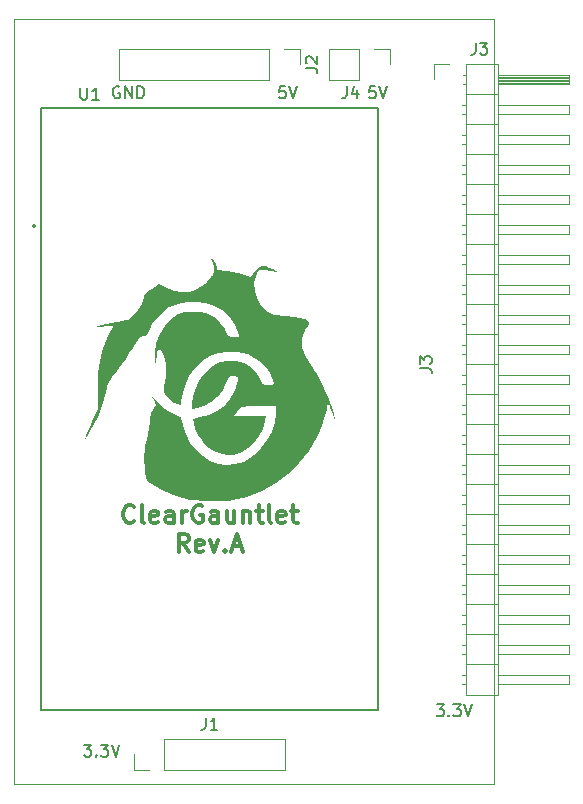
<source format=gto>
%TF.GenerationSoftware,KiCad,Pcbnew,(6.0.8)*%
%TF.CreationDate,2022-11-23T11:07:29-05:00*%
%TF.ProjectId,lower_v3,6c6f7765-725f-4763-932e-6b696361645f,rev?*%
%TF.SameCoordinates,Original*%
%TF.FileFunction,Legend,Top*%
%TF.FilePolarity,Positive*%
%FSLAX46Y46*%
G04 Gerber Fmt 4.6, Leading zero omitted, Abs format (unit mm)*
G04 Created by KiCad (PCBNEW (6.0.8)) date 2022-11-23 11:07:29*
%MOMM*%
%LPD*%
G01*
G04 APERTURE LIST*
%ADD10C,0.150000*%
%TA.AperFunction,Profile*%
%ADD11C,0.100000*%
%TD*%
%ADD12C,0.300000*%
%ADD13C,0.120000*%
%ADD14C,0.127000*%
%ADD15C,0.200000*%
G04 APERTURE END LIST*
D10*
X123190095Y-79383000D02*
X123094857Y-79335380D01*
X122952000Y-79335380D01*
X122809142Y-79383000D01*
X122713904Y-79478238D01*
X122666285Y-79573476D01*
X122618666Y-79763952D01*
X122618666Y-79906809D01*
X122666285Y-80097285D01*
X122713904Y-80192523D01*
X122809142Y-80287761D01*
X122952000Y-80335380D01*
X123047238Y-80335380D01*
X123190095Y-80287761D01*
X123237714Y-80240142D01*
X123237714Y-79906809D01*
X123047238Y-79906809D01*
X123666285Y-80335380D02*
X123666285Y-79335380D01*
X124237714Y-80335380D01*
X124237714Y-79335380D01*
X124713904Y-80335380D02*
X124713904Y-79335380D01*
X124952000Y-79335380D01*
X125094857Y-79383000D01*
X125190095Y-79478238D01*
X125237714Y-79573476D01*
X125285333Y-79763952D01*
X125285333Y-79906809D01*
X125237714Y-80097285D01*
X125190095Y-80192523D01*
X125094857Y-80287761D01*
X124952000Y-80335380D01*
X124713904Y-80335380D01*
X150034809Y-131659380D02*
X150653857Y-131659380D01*
X150320523Y-132040333D01*
X150463380Y-132040333D01*
X150558619Y-132087952D01*
X150606238Y-132135571D01*
X150653857Y-132230809D01*
X150653857Y-132468904D01*
X150606238Y-132564142D01*
X150558619Y-132611761D01*
X150463380Y-132659380D01*
X150177666Y-132659380D01*
X150082428Y-132611761D01*
X150034809Y-132564142D01*
X151082428Y-132564142D02*
X151130047Y-132611761D01*
X151082428Y-132659380D01*
X151034809Y-132611761D01*
X151082428Y-132564142D01*
X151082428Y-132659380D01*
X151463380Y-131659380D02*
X152082428Y-131659380D01*
X151749095Y-132040333D01*
X151891952Y-132040333D01*
X151987190Y-132087952D01*
X152034809Y-132135571D01*
X152082428Y-132230809D01*
X152082428Y-132468904D01*
X152034809Y-132564142D01*
X151987190Y-132611761D01*
X151891952Y-132659380D01*
X151606238Y-132659380D01*
X151511000Y-132611761D01*
X151463380Y-132564142D01*
X152368142Y-131659380D02*
X152701476Y-132659380D01*
X153034809Y-131659380D01*
X120189809Y-135088380D02*
X120808857Y-135088380D01*
X120475523Y-135469333D01*
X120618380Y-135469333D01*
X120713619Y-135516952D01*
X120761238Y-135564571D01*
X120808857Y-135659809D01*
X120808857Y-135897904D01*
X120761238Y-135993142D01*
X120713619Y-136040761D01*
X120618380Y-136088380D01*
X120332666Y-136088380D01*
X120237428Y-136040761D01*
X120189809Y-135993142D01*
X121237428Y-135993142D02*
X121285047Y-136040761D01*
X121237428Y-136088380D01*
X121189809Y-136040761D01*
X121237428Y-135993142D01*
X121237428Y-136088380D01*
X121618380Y-135088380D02*
X122237428Y-135088380D01*
X121904095Y-135469333D01*
X122046952Y-135469333D01*
X122142190Y-135516952D01*
X122189809Y-135564571D01*
X122237428Y-135659809D01*
X122237428Y-135897904D01*
X122189809Y-135993142D01*
X122142190Y-136040761D01*
X122046952Y-136088380D01*
X121761238Y-136088380D01*
X121666000Y-136040761D01*
X121618380Y-135993142D01*
X122523142Y-135088380D02*
X122856476Y-136088380D01*
X123189809Y-135088380D01*
X144843523Y-79335380D02*
X144367333Y-79335380D01*
X144319714Y-79811571D01*
X144367333Y-79763952D01*
X144462571Y-79716333D01*
X144700666Y-79716333D01*
X144795904Y-79763952D01*
X144843523Y-79811571D01*
X144891142Y-79906809D01*
X144891142Y-80144904D01*
X144843523Y-80240142D01*
X144795904Y-80287761D01*
X144700666Y-80335380D01*
X144462571Y-80335380D01*
X144367333Y-80287761D01*
X144319714Y-80240142D01*
X145176857Y-79335380D02*
X145510190Y-80335380D01*
X145843523Y-79335380D01*
X137223523Y-79335380D02*
X136747333Y-79335380D01*
X136699714Y-79811571D01*
X136747333Y-79763952D01*
X136842571Y-79716333D01*
X137080666Y-79716333D01*
X137175904Y-79763952D01*
X137223523Y-79811571D01*
X137271142Y-79906809D01*
X137271142Y-80144904D01*
X137223523Y-80240142D01*
X137175904Y-80287761D01*
X137080666Y-80335380D01*
X136842571Y-80335380D01*
X136747333Y-80287761D01*
X136699714Y-80240142D01*
X137556857Y-79335380D02*
X137890190Y-80335380D01*
X138223523Y-79335380D01*
D11*
X154940000Y-138430000D02*
X114300000Y-138430000D01*
X114300000Y-138430000D02*
X114300000Y-73660000D01*
X114300000Y-73660000D02*
X154940000Y-73660000D01*
X154940000Y-73660000D02*
X154940000Y-138430000D01*
D12*
X124417142Y-116168214D02*
X124345714Y-116239642D01*
X124131428Y-116311071D01*
X123988571Y-116311071D01*
X123774285Y-116239642D01*
X123631428Y-116096785D01*
X123559999Y-115953928D01*
X123488571Y-115668214D01*
X123488571Y-115453928D01*
X123559999Y-115168214D01*
X123631428Y-115025357D01*
X123774285Y-114882500D01*
X123988571Y-114811071D01*
X124131428Y-114811071D01*
X124345714Y-114882500D01*
X124417142Y-114953928D01*
X125274285Y-116311071D02*
X125131428Y-116239642D01*
X125059999Y-116096785D01*
X125059999Y-114811071D01*
X126417142Y-116239642D02*
X126274285Y-116311071D01*
X125988571Y-116311071D01*
X125845714Y-116239642D01*
X125774285Y-116096785D01*
X125774285Y-115525357D01*
X125845714Y-115382500D01*
X125988571Y-115311071D01*
X126274285Y-115311071D01*
X126417142Y-115382500D01*
X126488571Y-115525357D01*
X126488571Y-115668214D01*
X125774285Y-115811071D01*
X127774285Y-116311071D02*
X127774285Y-115525357D01*
X127702857Y-115382500D01*
X127559999Y-115311071D01*
X127274285Y-115311071D01*
X127131428Y-115382500D01*
X127774285Y-116239642D02*
X127631428Y-116311071D01*
X127274285Y-116311071D01*
X127131428Y-116239642D01*
X127059999Y-116096785D01*
X127059999Y-115953928D01*
X127131428Y-115811071D01*
X127274285Y-115739642D01*
X127631428Y-115739642D01*
X127774285Y-115668214D01*
X128488571Y-116311071D02*
X128488571Y-115311071D01*
X128488571Y-115596785D02*
X128559999Y-115453928D01*
X128631428Y-115382500D01*
X128774285Y-115311071D01*
X128917142Y-115311071D01*
X130202857Y-114882500D02*
X130059999Y-114811071D01*
X129845714Y-114811071D01*
X129631428Y-114882500D01*
X129488571Y-115025357D01*
X129417142Y-115168214D01*
X129345714Y-115453928D01*
X129345714Y-115668214D01*
X129417142Y-115953928D01*
X129488571Y-116096785D01*
X129631428Y-116239642D01*
X129845714Y-116311071D01*
X129988571Y-116311071D01*
X130202857Y-116239642D01*
X130274285Y-116168214D01*
X130274285Y-115668214D01*
X129988571Y-115668214D01*
X131559999Y-116311071D02*
X131559999Y-115525357D01*
X131488571Y-115382500D01*
X131345714Y-115311071D01*
X131059999Y-115311071D01*
X130917142Y-115382500D01*
X131559999Y-116239642D02*
X131417142Y-116311071D01*
X131059999Y-116311071D01*
X130917142Y-116239642D01*
X130845714Y-116096785D01*
X130845714Y-115953928D01*
X130917142Y-115811071D01*
X131059999Y-115739642D01*
X131417142Y-115739642D01*
X131559999Y-115668214D01*
X132917142Y-115311071D02*
X132917142Y-116311071D01*
X132274285Y-115311071D02*
X132274285Y-116096785D01*
X132345714Y-116239642D01*
X132488571Y-116311071D01*
X132702857Y-116311071D01*
X132845714Y-116239642D01*
X132917142Y-116168214D01*
X133631428Y-115311071D02*
X133631428Y-116311071D01*
X133631428Y-115453928D02*
X133702857Y-115382500D01*
X133845714Y-115311071D01*
X134059999Y-115311071D01*
X134202857Y-115382500D01*
X134274285Y-115525357D01*
X134274285Y-116311071D01*
X134774285Y-115311071D02*
X135345714Y-115311071D01*
X134988571Y-114811071D02*
X134988571Y-116096785D01*
X135060000Y-116239642D01*
X135202857Y-116311071D01*
X135345714Y-116311071D01*
X136060000Y-116311071D02*
X135917142Y-116239642D01*
X135845714Y-116096785D01*
X135845714Y-114811071D01*
X137202857Y-116239642D02*
X137060000Y-116311071D01*
X136774285Y-116311071D01*
X136631428Y-116239642D01*
X136560000Y-116096785D01*
X136560000Y-115525357D01*
X136631428Y-115382500D01*
X136774285Y-115311071D01*
X137060000Y-115311071D01*
X137202857Y-115382500D01*
X137274285Y-115525357D01*
X137274285Y-115668214D01*
X136560000Y-115811071D01*
X137702857Y-115311071D02*
X138274285Y-115311071D01*
X137917142Y-114811071D02*
X137917142Y-116096785D01*
X137988571Y-116239642D01*
X138131428Y-116311071D01*
X138274285Y-116311071D01*
X129060000Y-118726071D02*
X128560000Y-118011785D01*
X128202857Y-118726071D02*
X128202857Y-117226071D01*
X128774285Y-117226071D01*
X128917142Y-117297500D01*
X128988571Y-117368928D01*
X129060000Y-117511785D01*
X129060000Y-117726071D01*
X128988571Y-117868928D01*
X128917142Y-117940357D01*
X128774285Y-118011785D01*
X128202857Y-118011785D01*
X130274285Y-118654642D02*
X130131428Y-118726071D01*
X129845714Y-118726071D01*
X129702857Y-118654642D01*
X129631428Y-118511785D01*
X129631428Y-117940357D01*
X129702857Y-117797500D01*
X129845714Y-117726071D01*
X130131428Y-117726071D01*
X130274285Y-117797500D01*
X130345714Y-117940357D01*
X130345714Y-118083214D01*
X129631428Y-118226071D01*
X130845714Y-117726071D02*
X131202857Y-118726071D01*
X131560000Y-117726071D01*
X132131428Y-118583214D02*
X132202857Y-118654642D01*
X132131428Y-118726071D01*
X132060000Y-118654642D01*
X132131428Y-118583214D01*
X132131428Y-118726071D01*
X132774285Y-118297500D02*
X133488571Y-118297500D01*
X132631428Y-118726071D02*
X133131428Y-117226071D01*
X133631428Y-118726071D01*
D10*
%TO.C,J2*%
X138942380Y-77803333D02*
X139656666Y-77803333D01*
X139799523Y-77850952D01*
X139894761Y-77946190D01*
X139942380Y-78089047D01*
X139942380Y-78184285D01*
X139037619Y-77374761D02*
X138990000Y-77327142D01*
X138942380Y-77231904D01*
X138942380Y-76993809D01*
X138990000Y-76898571D01*
X139037619Y-76850952D01*
X139132857Y-76803333D01*
X139228095Y-76803333D01*
X139370952Y-76850952D01*
X139942380Y-77422380D01*
X139942380Y-76803333D01*
%TO.C,U1*%
X119888095Y-79462380D02*
X119888095Y-80271904D01*
X119935714Y-80367142D01*
X119983333Y-80414761D01*
X120078571Y-80462380D01*
X120269047Y-80462380D01*
X120364285Y-80414761D01*
X120411904Y-80367142D01*
X120459523Y-80271904D01*
X120459523Y-79462380D01*
X121459523Y-80462380D02*
X120888095Y-80462380D01*
X121173809Y-80462380D02*
X121173809Y-79462380D01*
X121078571Y-79605238D01*
X120983333Y-79700476D01*
X120888095Y-79748095D01*
%TO.C,J1*%
X130476666Y-132802380D02*
X130476666Y-133516666D01*
X130429047Y-133659523D01*
X130333809Y-133754761D01*
X130190952Y-133802380D01*
X130095714Y-133802380D01*
X131476666Y-133802380D02*
X130905238Y-133802380D01*
X131190952Y-133802380D02*
X131190952Y-132802380D01*
X131095714Y-132945238D01*
X131000476Y-133040476D01*
X130905238Y-133088095D01*
%TO.C,J3*%
X153336666Y-75652380D02*
X153336666Y-76366666D01*
X153289047Y-76509523D01*
X153193809Y-76604761D01*
X153050952Y-76652380D01*
X152955714Y-76652380D01*
X153717619Y-75652380D02*
X154336666Y-75652380D01*
X154003333Y-76033333D01*
X154146190Y-76033333D01*
X154241428Y-76080952D01*
X154289047Y-76128571D01*
X154336666Y-76223809D01*
X154336666Y-76461904D01*
X154289047Y-76557142D01*
X154241428Y-76604761D01*
X154146190Y-76652380D01*
X153860476Y-76652380D01*
X153765238Y-76604761D01*
X153717619Y-76557142D01*
X148607380Y-103203333D02*
X149321666Y-103203333D01*
X149464523Y-103250952D01*
X149559761Y-103346190D01*
X149607380Y-103489047D01*
X149607380Y-103584285D01*
X148607380Y-102822380D02*
X148607380Y-102203333D01*
X148988333Y-102536666D01*
X148988333Y-102393809D01*
X149035952Y-102298571D01*
X149083571Y-102250952D01*
X149178809Y-102203333D01*
X149416904Y-102203333D01*
X149512142Y-102250952D01*
X149559761Y-102298571D01*
X149607380Y-102393809D01*
X149607380Y-102679523D01*
X149559761Y-102774761D01*
X149512142Y-102822380D01*
%TO.C,J4*%
X142414666Y-79335380D02*
X142414666Y-80049666D01*
X142367047Y-80192523D01*
X142271809Y-80287761D01*
X142128952Y-80335380D01*
X142033714Y-80335380D01*
X143319428Y-79668714D02*
X143319428Y-80335380D01*
X143081333Y-79287761D02*
X142843238Y-80002047D01*
X143462285Y-80002047D01*
D13*
%TO.C,J2*%
X123130000Y-76140000D02*
X123130000Y-78800000D01*
X135890000Y-78800000D02*
X123130000Y-78800000D01*
X135890000Y-76140000D02*
X123130000Y-76140000D01*
X138490000Y-76140000D02*
X138490000Y-77470000D01*
X135890000Y-76140000D02*
X135890000Y-78800000D01*
X137160000Y-76140000D02*
X138490000Y-76140000D01*
D14*
%TO.C,U1*%
X145040000Y-81205000D02*
X145040000Y-132155000D01*
X116530000Y-132155000D02*
X116530000Y-81205000D01*
X134310000Y-81205000D02*
X145040000Y-81205000D01*
X121900000Y-132155000D02*
X139590000Y-132155000D01*
X116530000Y-132155000D02*
X121900000Y-132155000D01*
X139590000Y-132155000D02*
X145040000Y-132155000D01*
X127599000Y-81205000D02*
X134310000Y-81205000D01*
X145040000Y-81205000D02*
X145040000Y-132155000D01*
X116530000Y-81205000D02*
X127599000Y-81205000D01*
X116530000Y-81205000D02*
X145040000Y-81205000D01*
X116530000Y-132155000D02*
X116530000Y-81205000D01*
X145040000Y-132155000D02*
X116530000Y-132155000D01*
D15*
X116060000Y-91165000D02*
G75*
G03*
X116060000Y-91165000I-100000J0D01*
G01*
%TO.C,logo*%
G36*
X131094874Y-93982082D02*
G01*
X131227792Y-94166211D01*
X131353339Y-94397203D01*
X131435680Y-94612963D01*
X131449568Y-94702505D01*
X131469038Y-94789473D01*
X131549524Y-94852682D01*
X131724142Y-94903157D01*
X132026008Y-94951919D01*
X132307585Y-94988094D01*
X132772700Y-95058085D01*
X133250291Y-95150881D01*
X133655361Y-95249445D01*
X133746613Y-95276513D01*
X134327626Y-95459487D01*
X134463517Y-95254240D01*
X134733019Y-94920654D01*
X135026835Y-94676105D01*
X135301724Y-94554145D01*
X135375594Y-94546475D01*
X135585282Y-94585418D01*
X135889497Y-94687344D01*
X136211076Y-94825049D01*
X136460338Y-94951240D01*
X136593199Y-95033691D01*
X136587109Y-95057850D01*
X136566115Y-95054166D01*
X135993838Y-94934910D01*
X135570744Y-94865309D01*
X135268585Y-94851313D01*
X135059112Y-94898872D01*
X134914080Y-95013937D01*
X134805239Y-95202457D01*
X134713280Y-95444459D01*
X134598000Y-96031954D01*
X134632378Y-96641782D01*
X134800747Y-97237108D01*
X135087441Y-97781094D01*
X135476793Y-98236904D01*
X135953136Y-98567701D01*
X136062962Y-98617925D01*
X136273214Y-98672374D01*
X136613316Y-98724329D01*
X137030439Y-98766798D01*
X137342018Y-98787239D01*
X137975436Y-98839112D01*
X138505951Y-98923498D01*
X138912082Y-99034971D01*
X139172349Y-99168105D01*
X139256048Y-99270769D01*
X139240692Y-99445238D01*
X139138489Y-99608700D01*
X139022384Y-99791653D01*
X138886077Y-100086101D01*
X138761056Y-100422610D01*
X138654216Y-100776925D01*
X138608972Y-101031287D01*
X138618734Y-101255278D01*
X138662578Y-101462767D01*
X138948214Y-102230138D01*
X139408453Y-102951828D01*
X139482066Y-103043597D01*
X139672105Y-103315670D01*
X139904334Y-103710894D01*
X140162743Y-104194977D01*
X140431322Y-104733625D01*
X140694061Y-105292546D01*
X140934949Y-105837447D01*
X141137976Y-106334036D01*
X141287132Y-106748020D01*
X141366406Y-107045106D01*
X141373155Y-107094161D01*
X141418712Y-107566259D01*
X141226572Y-107063741D01*
X141112561Y-106761617D01*
X141020631Y-106511027D01*
X140982423Y-106401331D01*
X140892630Y-106259392D01*
X140803406Y-106272934D01*
X140768992Y-106412291D01*
X140737770Y-106625658D01*
X140653568Y-106964891D01*
X140530586Y-107385919D01*
X140383023Y-107844671D01*
X140225076Y-108297075D01*
X140070946Y-108699059D01*
X139934830Y-109006553D01*
X139930216Y-109015757D01*
X139239802Y-110189795D01*
X138418606Y-111238705D01*
X137474094Y-112156856D01*
X136413733Y-112938615D01*
X135244988Y-113578353D01*
X133975323Y-114070437D01*
X132838416Y-114365123D01*
X132483434Y-114412089D01*
X131995843Y-114441611D01*
X131424884Y-114454210D01*
X130819797Y-114450404D01*
X130229824Y-114430713D01*
X129704204Y-114395655D01*
X129292178Y-114345750D01*
X129192115Y-114326676D01*
X127996918Y-113988520D01*
X126789032Y-113488383D01*
X125756300Y-112940777D01*
X125605946Y-112829399D01*
X125497981Y-112676221D01*
X125422336Y-112447988D01*
X125368944Y-112111447D01*
X125327738Y-111633341D01*
X125318619Y-111495036D01*
X125295557Y-111023659D01*
X125296781Y-110625753D01*
X125327024Y-110236577D01*
X125391019Y-109791392D01*
X125478950Y-109302230D01*
X125572374Y-108790285D01*
X125660174Y-108279117D01*
X125732378Y-107828619D01*
X125778410Y-107503616D01*
X125867629Y-107038060D01*
X126011321Y-106702568D01*
X126081076Y-106602285D01*
X126308416Y-106311798D01*
X126084490Y-105911151D01*
X125965028Y-105683947D01*
X125903145Y-105538756D01*
X125902948Y-105510504D01*
X125975594Y-105577269D01*
X126126057Y-105752611D01*
X126322273Y-105999100D01*
X126329362Y-106008279D01*
X126759584Y-106469624D01*
X127260418Y-106851271D01*
X127776499Y-107113527D01*
X127948876Y-107169332D01*
X128190942Y-107246537D01*
X128352747Y-107319556D01*
X128371244Y-107333368D01*
X128426572Y-107453216D01*
X128499208Y-107698384D01*
X128569601Y-107998434D01*
X128816809Y-108807870D01*
X129189470Y-109526479D01*
X129668510Y-110143726D01*
X130234854Y-110649076D01*
X130869428Y-111031994D01*
X131553156Y-111281945D01*
X132266966Y-111388395D01*
X132991781Y-111340809D01*
X133708528Y-111128651D01*
X133992352Y-110993402D01*
X134618300Y-110565567D01*
X135189127Y-109995756D01*
X135682225Y-109321615D01*
X136074987Y-108580786D01*
X136344804Y-107810914D01*
X136469069Y-107049642D01*
X136474748Y-106860002D01*
X136474748Y-106424173D01*
X134967194Y-106424173D01*
X134465484Y-106428250D01*
X134034491Y-106439534D01*
X133704326Y-106456602D01*
X133505100Y-106478034D01*
X133459640Y-106495362D01*
X133400903Y-106596240D01*
X133250552Y-106776829D01*
X133129436Y-106906513D01*
X132799232Y-107246475D01*
X135585917Y-107246475D01*
X135527639Y-107680468D01*
X135359381Y-108316288D01*
X135043992Y-108944172D01*
X134613626Y-109520840D01*
X134100435Y-110003015D01*
X133551222Y-110340745D01*
X132918286Y-110535299D01*
X132261406Y-110561550D01*
X131610843Y-110425703D01*
X130996860Y-110133962D01*
X130464871Y-109707896D01*
X130139840Y-109310577D01*
X129843403Y-108823287D01*
X129611800Y-108314758D01*
X129481270Y-107853722D01*
X129478707Y-107837528D01*
X129422541Y-107469229D01*
X130038442Y-107363729D01*
X130760044Y-107171179D01*
X131426840Y-106861227D01*
X131990358Y-106458823D01*
X132200358Y-106250868D01*
X132518431Y-105843541D01*
X132804639Y-105379485D01*
X133032439Y-104910627D01*
X133175283Y-104488898D01*
X133209355Y-104277050D01*
X133231223Y-103911583D01*
X132843339Y-103883508D01*
X132591747Y-103878508D01*
X132455461Y-103931725D01*
X132369174Y-104073615D01*
X132353513Y-104111926D01*
X132130048Y-104645607D01*
X131931593Y-105046840D01*
X131733508Y-105359037D01*
X131511156Y-105625608D01*
X131469976Y-105668682D01*
X130973832Y-106070608D01*
X130379823Y-106382380D01*
X129765299Y-106563843D01*
X129736439Y-106568615D01*
X129348129Y-106630261D01*
X129348129Y-106272312D01*
X129421319Y-105585249D01*
X129626984Y-104903005D01*
X129944272Y-104256997D01*
X130352328Y-103678646D01*
X130830297Y-103199371D01*
X131357325Y-102850589D01*
X131712762Y-102709772D01*
X132411523Y-102589066D01*
X133094234Y-102624909D01*
X133733979Y-102805668D01*
X134303844Y-103119707D01*
X134776913Y-103555391D01*
X135126269Y-104101084D01*
X135171886Y-104205086D01*
X135273239Y-104432527D01*
X135375175Y-104548507D01*
X135539228Y-104590630D01*
X135812338Y-104596492D01*
X136081314Y-104587675D01*
X136233134Y-104541267D01*
X136275041Y-104428036D01*
X136214280Y-104218752D01*
X136058096Y-103884183D01*
X136011888Y-103791339D01*
X135649109Y-103226993D01*
X135169729Y-102717988D01*
X134620860Y-102306704D01*
X134066314Y-102041110D01*
X133196210Y-101832207D01*
X132355916Y-101796101D01*
X131559731Y-101923517D01*
X130821954Y-102205177D01*
X130156886Y-102631806D01*
X129578824Y-103194126D01*
X129102067Y-103882862D01*
X128740916Y-104688737D01*
X128509668Y-105602474D01*
X128501726Y-105651116D01*
X128438517Y-105976507D01*
X128369940Y-106217330D01*
X128309105Y-106329379D01*
X128299654Y-106332464D01*
X128102768Y-106272531D01*
X127845889Y-106116134D01*
X127565346Y-105896684D01*
X127297464Y-105647593D01*
X127078573Y-105402273D01*
X126944998Y-105194133D01*
X126926400Y-105069446D01*
X126998017Y-104794166D01*
X127059181Y-104394809D01*
X127104879Y-103929954D01*
X127130101Y-103458177D01*
X127129833Y-103038054D01*
X127116607Y-102846494D01*
X127054178Y-102510227D01*
X126948540Y-102171782D01*
X126818335Y-101870727D01*
X126682205Y-101646625D01*
X126558791Y-101539042D01*
X126502907Y-101543984D01*
X126456171Y-101651136D01*
X126406047Y-101885275D01*
X126370894Y-102134755D01*
X126313869Y-102512011D01*
X126254985Y-102712059D01*
X126203827Y-102740064D01*
X126169980Y-102601195D01*
X126163027Y-102300617D01*
X126176801Y-102030127D01*
X126317864Y-101111741D01*
X126598285Y-100305644D01*
X127015552Y-99616083D01*
X127567151Y-99047302D01*
X128185741Y-98637185D01*
X128399173Y-98538930D01*
X128623061Y-98477911D01*
X128908680Y-98446177D01*
X129307299Y-98435779D01*
X129485180Y-98435716D01*
X130046216Y-98456667D01*
X130483197Y-98527305D01*
X130852101Y-98666026D01*
X131208907Y-98891225D01*
X131445859Y-99080037D01*
X131732408Y-99376025D01*
X132000977Y-99745683D01*
X132202494Y-100116300D01*
X132268071Y-100298316D01*
X132323806Y-100433168D01*
X132432863Y-100511315D01*
X132644355Y-100556230D01*
X132853626Y-100578148D01*
X133147197Y-100601292D01*
X133298010Y-100592494D01*
X133345278Y-100536482D01*
X133328216Y-100417988D01*
X133322895Y-100395414D01*
X133179625Y-99987771D01*
X132944443Y-99523584D01*
X132656471Y-99073675D01*
X132444608Y-98805365D01*
X131885680Y-98303436D01*
X131220320Y-97925770D01*
X130480276Y-97677052D01*
X129697294Y-97561969D01*
X128903121Y-97585208D01*
X128129505Y-97751454D01*
X127413068Y-98062627D01*
X126893236Y-98434124D01*
X126395857Y-98928362D01*
X125973658Y-99487875D01*
X125764550Y-99859279D01*
X125599478Y-100183560D01*
X125473209Y-100372740D01*
X125356062Y-100461131D01*
X125224964Y-100483012D01*
X125098263Y-100491756D01*
X124991123Y-100532115D01*
X124880709Y-100629444D01*
X124744184Y-100809097D01*
X124558712Y-101096429D01*
X124317169Y-101490921D01*
X124036032Y-101931667D01*
X123706204Y-102416155D01*
X123391098Y-102851734D01*
X123338610Y-102920690D01*
X122958960Y-103418160D01*
X122676327Y-103801299D01*
X122473368Y-104098303D01*
X122332740Y-104337367D01*
X122237099Y-104546685D01*
X122169103Y-104754453D01*
X122138987Y-104870935D01*
X121778172Y-106129064D01*
X121330756Y-107313627D01*
X120964751Y-108092259D01*
X120726958Y-108538636D01*
X120530079Y-108881504D01*
X120382216Y-109110543D01*
X120291474Y-109215431D01*
X120265955Y-109185850D01*
X120313763Y-109011476D01*
X120378875Y-108838443D01*
X120496080Y-108555983D01*
X120662682Y-108170256D01*
X120851439Y-107743882D01*
X120952175Y-107520576D01*
X121346709Y-106652590D01*
X121356851Y-104916619D01*
X121366198Y-104189972D01*
X121389199Y-103602451D01*
X121432507Y-103110580D01*
X121502772Y-102670884D01*
X121606648Y-102239889D01*
X121750785Y-101774121D01*
X121905505Y-101330686D01*
X122067871Y-100914974D01*
X122256880Y-100482792D01*
X122416890Y-100156430D01*
X122552853Y-99887398D01*
X122638587Y-99689558D01*
X122655777Y-99609998D01*
X122554723Y-99605369D01*
X122327067Y-99628150D01*
X122078834Y-99664480D01*
X121645429Y-99728789D01*
X121375038Y-99751401D01*
X121252750Y-99732245D01*
X121263649Y-99671252D01*
X121273615Y-99660701D01*
X121395666Y-99612202D01*
X121660879Y-99547726D01*
X122031272Y-99475373D01*
X122468867Y-99403241D01*
X122509476Y-99397151D01*
X122972809Y-99320396D01*
X123393261Y-99236489D01*
X123724927Y-99155507D01*
X123921901Y-99087529D01*
X123923514Y-99086702D01*
X124360557Y-98768937D01*
X124748424Y-98310955D01*
X125059126Y-97754038D01*
X125264678Y-97139472D01*
X125274826Y-97093380D01*
X125377336Y-96901105D01*
X125619580Y-96676796D01*
X125910280Y-96472731D01*
X126494852Y-96091867D01*
X127044963Y-96371413D01*
X127783465Y-96669663D01*
X128481231Y-96790475D01*
X129144494Y-96733007D01*
X129779489Y-96496415D01*
X130392452Y-96079857D01*
X130604424Y-95889973D01*
X130785101Y-95693062D01*
X130890373Y-95530441D01*
X130901367Y-95487904D01*
X130952821Y-95378238D01*
X130985648Y-95368777D01*
X131066542Y-95290980D01*
X131157993Y-95099161D01*
X131174266Y-95052631D01*
X131227364Y-94823753D01*
X131205199Y-94611183D01*
X131098508Y-94329362D01*
X131095123Y-94321696D01*
X131004874Y-94085879D01*
X130974394Y-93935617D01*
X130990419Y-93906907D01*
X131094874Y-93982082D01*
G37*
D13*
%TO.C,J1*%
X125730000Y-137220000D02*
X124400000Y-137220000D01*
X127000000Y-137220000D02*
X137220000Y-137220000D01*
X127000000Y-134560000D02*
X137220000Y-134560000D01*
X127000000Y-137220000D02*
X127000000Y-134560000D01*
X137220000Y-137220000D02*
X137220000Y-134560000D01*
X124400000Y-137220000D02*
X124400000Y-135890000D01*
%TO.C,J3*%
X155230000Y-108840000D02*
X161230000Y-108840000D01*
X155230000Y-106300000D02*
X161230000Y-106300000D01*
X161230000Y-94360000D02*
X155230000Y-94360000D01*
X152570000Y-123190000D02*
X155230000Y-123190000D01*
X161230000Y-91820000D02*
X155230000Y-91820000D01*
X161230000Y-101980000D02*
X155230000Y-101980000D01*
X161230000Y-96900000D02*
X155230000Y-96900000D01*
X149860000Y-77470000D02*
X151130000Y-77470000D01*
X152172929Y-96140000D02*
X152570000Y-96140000D01*
X152570000Y-82550000D02*
X155230000Y-82550000D01*
X161230000Y-124840000D02*
X155230000Y-124840000D01*
X161230000Y-83440000D02*
X161230000Y-84200000D01*
X152570000Y-110490000D02*
X155230000Y-110490000D01*
X155230000Y-78540000D02*
X161230000Y-78540000D01*
X161230000Y-99440000D02*
X155230000Y-99440000D01*
X161230000Y-79120000D02*
X155230000Y-79120000D01*
X161230000Y-85980000D02*
X161230000Y-86740000D01*
X152570000Y-107950000D02*
X155230000Y-107950000D01*
X152172929Y-99440000D02*
X152570000Y-99440000D01*
X161230000Y-121540000D02*
X161230000Y-122300000D01*
X161230000Y-96140000D02*
X161230000Y-96900000D01*
X152570000Y-102870000D02*
X155230000Y-102870000D01*
X152570000Y-100330000D02*
X155230000Y-100330000D01*
X161230000Y-103760000D02*
X161230000Y-104520000D01*
X161230000Y-84200000D02*
X155230000Y-84200000D01*
X152172929Y-116460000D02*
X152570000Y-116460000D01*
X152172929Y-98680000D02*
X152570000Y-98680000D01*
X152172929Y-84200000D02*
X152570000Y-84200000D01*
X152570000Y-77410000D02*
X152570000Y-130870000D01*
X152172929Y-119000000D02*
X152570000Y-119000000D01*
X161230000Y-126620000D02*
X161230000Y-127380000D01*
X155230000Y-116460000D02*
X161230000Y-116460000D01*
X155230000Y-88520000D02*
X161230000Y-88520000D01*
X152570000Y-115570000D02*
X155230000Y-115570000D01*
X155230000Y-77410000D02*
X152570000Y-77410000D01*
X152570000Y-120650000D02*
X155230000Y-120650000D01*
X155230000Y-93600000D02*
X161230000Y-93600000D01*
X152172929Y-109600000D02*
X152570000Y-109600000D01*
X161230000Y-78360000D02*
X161230000Y-79120000D01*
X155230000Y-78900000D02*
X161230000Y-78900000D01*
X152172929Y-119760000D02*
X152570000Y-119760000D01*
X161230000Y-106300000D02*
X161230000Y-107060000D01*
X152570000Y-80010000D02*
X155230000Y-80010000D01*
X152172929Y-112140000D02*
X152570000Y-112140000D01*
X155230000Y-85980000D02*
X161230000Y-85980000D01*
X155230000Y-80900000D02*
X161230000Y-80900000D01*
X152172929Y-94360000D02*
X152570000Y-94360000D01*
X152570000Y-128270000D02*
X155230000Y-128270000D01*
X155230000Y-130870000D02*
X155230000Y-77410000D01*
X161230000Y-101220000D02*
X161230000Y-101980000D01*
X161230000Y-81660000D02*
X155230000Y-81660000D01*
X149860000Y-78740000D02*
X149860000Y-77470000D01*
X152570000Y-130870000D02*
X155230000Y-130870000D01*
X152570000Y-95250000D02*
X155230000Y-95250000D01*
X152570000Y-97790000D02*
X155230000Y-97790000D01*
X152172929Y-127380000D02*
X152570000Y-127380000D01*
X152172929Y-93600000D02*
X152570000Y-93600000D01*
X161230000Y-111380000D02*
X161230000Y-112140000D01*
X161230000Y-116460000D02*
X161230000Y-117220000D01*
X155230000Y-78660000D02*
X161230000Y-78660000D01*
X152570000Y-85090000D02*
X155230000Y-85090000D01*
X161230000Y-119760000D02*
X155230000Y-119760000D01*
X152570000Y-118110000D02*
X155230000Y-118110000D01*
X155230000Y-129160000D02*
X161230000Y-129160000D01*
X152570000Y-90170000D02*
X155230000Y-90170000D01*
X152172929Y-101220000D02*
X152570000Y-101220000D01*
X161230000Y-113920000D02*
X161230000Y-114680000D01*
X152570000Y-125730000D02*
X155230000Y-125730000D01*
X152172929Y-114680000D02*
X152570000Y-114680000D01*
X161230000Y-91060000D02*
X161230000Y-91820000D01*
X161230000Y-89280000D02*
X155230000Y-89280000D01*
X152172929Y-113920000D02*
X152570000Y-113920000D01*
X161230000Y-88520000D02*
X161230000Y-89280000D01*
X155230000Y-79020000D02*
X161230000Y-79020000D01*
X152172929Y-117220000D02*
X152570000Y-117220000D01*
X152240000Y-78360000D02*
X152570000Y-78360000D01*
X155230000Y-96140000D02*
X161230000Y-96140000D01*
X155230000Y-78780000D02*
X161230000Y-78780000D01*
X152172929Y-91820000D02*
X152570000Y-91820000D01*
X152172929Y-91060000D02*
X152570000Y-91060000D01*
X152172929Y-104520000D02*
X152570000Y-104520000D01*
X155230000Y-98680000D02*
X161230000Y-98680000D01*
X155230000Y-111380000D02*
X161230000Y-111380000D01*
X152172929Y-111380000D02*
X152570000Y-111380000D01*
X161230000Y-129160000D02*
X161230000Y-129920000D01*
X152172929Y-124840000D02*
X152570000Y-124840000D01*
X161230000Y-114680000D02*
X155230000Y-114680000D01*
X152172929Y-129920000D02*
X152570000Y-129920000D01*
X161230000Y-112140000D02*
X155230000Y-112140000D01*
X155230000Y-126620000D02*
X161230000Y-126620000D01*
X152172929Y-81660000D02*
X152570000Y-81660000D01*
X155230000Y-103760000D02*
X161230000Y-103760000D01*
X161230000Y-129920000D02*
X155230000Y-129920000D01*
X152172929Y-86740000D02*
X152570000Y-86740000D01*
X152172929Y-108840000D02*
X152570000Y-108840000D01*
X155230000Y-78420000D02*
X161230000Y-78420000D01*
X161230000Y-107060000D02*
X155230000Y-107060000D01*
X152570000Y-105410000D02*
X155230000Y-105410000D01*
X161230000Y-93600000D02*
X161230000Y-94360000D01*
X161230000Y-127380000D02*
X155230000Y-127380000D01*
X152172929Y-85980000D02*
X152570000Y-85980000D01*
X161230000Y-98680000D02*
X161230000Y-99440000D01*
X155230000Y-119000000D02*
X161230000Y-119000000D01*
X152172929Y-83440000D02*
X152570000Y-83440000D01*
X152240000Y-79120000D02*
X152570000Y-79120000D01*
X155230000Y-83440000D02*
X161230000Y-83440000D01*
X155230000Y-91060000D02*
X161230000Y-91060000D01*
X152172929Y-126620000D02*
X152570000Y-126620000D01*
X161230000Y-117220000D02*
X155230000Y-117220000D01*
X152172929Y-89280000D02*
X152570000Y-89280000D01*
X161230000Y-124080000D02*
X161230000Y-124840000D01*
X161230000Y-104520000D02*
X155230000Y-104520000D01*
X152172929Y-106300000D02*
X152570000Y-106300000D01*
X155230000Y-121540000D02*
X161230000Y-121540000D01*
X152570000Y-92710000D02*
X155230000Y-92710000D01*
X152172929Y-122300000D02*
X152570000Y-122300000D01*
X155230000Y-78360000D02*
X161230000Y-78360000D01*
X155230000Y-124080000D02*
X161230000Y-124080000D01*
X152172929Y-88520000D02*
X152570000Y-88520000D01*
X152172929Y-96900000D02*
X152570000Y-96900000D01*
X152172929Y-103760000D02*
X152570000Y-103760000D01*
X152172929Y-124080000D02*
X152570000Y-124080000D01*
X152172929Y-101980000D02*
X152570000Y-101980000D01*
X152570000Y-87630000D02*
X155230000Y-87630000D01*
X152172929Y-129160000D02*
X152570000Y-129160000D01*
X161230000Y-86740000D02*
X155230000Y-86740000D01*
X152172929Y-121540000D02*
X152570000Y-121540000D01*
X161230000Y-122300000D02*
X155230000Y-122300000D01*
X152172929Y-107060000D02*
X152570000Y-107060000D01*
X155230000Y-101220000D02*
X161230000Y-101220000D01*
X161230000Y-119000000D02*
X161230000Y-119760000D01*
X155230000Y-113920000D02*
X161230000Y-113920000D01*
X161230000Y-109600000D02*
X155230000Y-109600000D01*
X152570000Y-113030000D02*
X155230000Y-113030000D01*
X152172929Y-80900000D02*
X152570000Y-80900000D01*
X161230000Y-80900000D02*
X161230000Y-81660000D01*
X161230000Y-108840000D02*
X161230000Y-109600000D01*
%TO.C,J4*%
X146110000Y-76140000D02*
X146110000Y-77470000D01*
X143510000Y-78800000D02*
X140910000Y-78800000D01*
X143510000Y-76140000D02*
X140910000Y-76140000D01*
X144780000Y-76140000D02*
X146110000Y-76140000D01*
X140910000Y-76140000D02*
X140910000Y-78800000D01*
X143510000Y-76140000D02*
X143510000Y-78800000D01*
%TD*%
M02*

</source>
